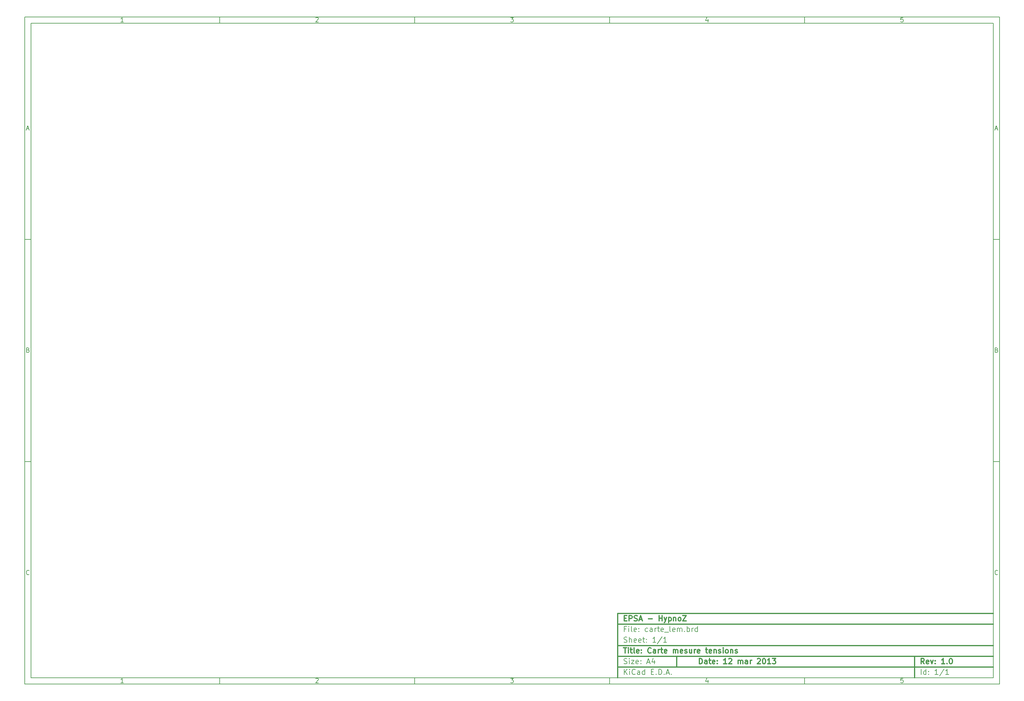
<source format=gbo>
G04 (created by PCBNEW-RS274X (2012-01-19 BZR 3256)-stable) date 12/03/2013 15:31:54*
G01*
G70*
G90*
%MOIN*%
G04 Gerber Fmt 3.4, Leading zero omitted, Abs format*
%FSLAX34Y34*%
G04 APERTURE LIST*
%ADD10C,0.006000*%
%ADD11C,0.012000*%
%ADD12R,0.095000X0.095000*%
%ADD13C,0.095000*%
%ADD14C,0.090000*%
%ADD15R,0.170000X0.170000*%
%ADD16C,0.170000*%
%ADD17C,0.110000*%
G04 APERTURE END LIST*
G54D10*
X04000Y-04000D02*
X113000Y-04000D01*
X113000Y-78670D01*
X04000Y-78670D01*
X04000Y-04000D01*
X04700Y-04700D02*
X112300Y-04700D01*
X112300Y-77970D01*
X04700Y-77970D01*
X04700Y-04700D01*
X25800Y-04000D02*
X25800Y-04700D01*
X15043Y-04552D02*
X14757Y-04552D01*
X14900Y-04552D02*
X14900Y-04052D01*
X14852Y-04124D01*
X14805Y-04171D01*
X14757Y-04195D01*
X25800Y-78670D02*
X25800Y-77970D01*
X15043Y-78522D02*
X14757Y-78522D01*
X14900Y-78522D02*
X14900Y-78022D01*
X14852Y-78094D01*
X14805Y-78141D01*
X14757Y-78165D01*
X47600Y-04000D02*
X47600Y-04700D01*
X36557Y-04100D02*
X36581Y-04076D01*
X36629Y-04052D01*
X36748Y-04052D01*
X36795Y-04076D01*
X36819Y-04100D01*
X36843Y-04148D01*
X36843Y-04195D01*
X36819Y-04267D01*
X36533Y-04552D01*
X36843Y-04552D01*
X47600Y-78670D02*
X47600Y-77970D01*
X36557Y-78070D02*
X36581Y-78046D01*
X36629Y-78022D01*
X36748Y-78022D01*
X36795Y-78046D01*
X36819Y-78070D01*
X36843Y-78118D01*
X36843Y-78165D01*
X36819Y-78237D01*
X36533Y-78522D01*
X36843Y-78522D01*
X69400Y-04000D02*
X69400Y-04700D01*
X58333Y-04052D02*
X58643Y-04052D01*
X58476Y-04243D01*
X58548Y-04243D01*
X58595Y-04267D01*
X58619Y-04290D01*
X58643Y-04338D01*
X58643Y-04457D01*
X58619Y-04505D01*
X58595Y-04529D01*
X58548Y-04552D01*
X58405Y-04552D01*
X58357Y-04529D01*
X58333Y-04505D01*
X69400Y-78670D02*
X69400Y-77970D01*
X58333Y-78022D02*
X58643Y-78022D01*
X58476Y-78213D01*
X58548Y-78213D01*
X58595Y-78237D01*
X58619Y-78260D01*
X58643Y-78308D01*
X58643Y-78427D01*
X58619Y-78475D01*
X58595Y-78499D01*
X58548Y-78522D01*
X58405Y-78522D01*
X58357Y-78499D01*
X58333Y-78475D01*
X91200Y-04000D02*
X91200Y-04700D01*
X80395Y-04219D02*
X80395Y-04552D01*
X80276Y-04029D02*
X80157Y-04386D01*
X80467Y-04386D01*
X91200Y-78670D02*
X91200Y-77970D01*
X80395Y-78189D02*
X80395Y-78522D01*
X80276Y-77999D02*
X80157Y-78356D01*
X80467Y-78356D01*
X102219Y-04052D02*
X101981Y-04052D01*
X101957Y-04290D01*
X101981Y-04267D01*
X102029Y-04243D01*
X102148Y-04243D01*
X102195Y-04267D01*
X102219Y-04290D01*
X102243Y-04338D01*
X102243Y-04457D01*
X102219Y-04505D01*
X102195Y-04529D01*
X102148Y-04552D01*
X102029Y-04552D01*
X101981Y-04529D01*
X101957Y-04505D01*
X102219Y-78022D02*
X101981Y-78022D01*
X101957Y-78260D01*
X101981Y-78237D01*
X102029Y-78213D01*
X102148Y-78213D01*
X102195Y-78237D01*
X102219Y-78260D01*
X102243Y-78308D01*
X102243Y-78427D01*
X102219Y-78475D01*
X102195Y-78499D01*
X102148Y-78522D01*
X102029Y-78522D01*
X101981Y-78499D01*
X101957Y-78475D01*
X04000Y-28890D02*
X04700Y-28890D01*
X04231Y-16510D02*
X04469Y-16510D01*
X04184Y-16652D02*
X04350Y-16152D01*
X04517Y-16652D01*
X113000Y-28890D02*
X112300Y-28890D01*
X112531Y-16510D02*
X112769Y-16510D01*
X112484Y-16652D02*
X112650Y-16152D01*
X112817Y-16652D01*
X04000Y-53780D02*
X04700Y-53780D01*
X04386Y-41280D02*
X04457Y-41304D01*
X04481Y-41328D01*
X04505Y-41376D01*
X04505Y-41447D01*
X04481Y-41495D01*
X04457Y-41519D01*
X04410Y-41542D01*
X04219Y-41542D01*
X04219Y-41042D01*
X04386Y-41042D01*
X04433Y-41066D01*
X04457Y-41090D01*
X04481Y-41138D01*
X04481Y-41185D01*
X04457Y-41233D01*
X04433Y-41257D01*
X04386Y-41280D01*
X04219Y-41280D01*
X113000Y-53780D02*
X112300Y-53780D01*
X112686Y-41280D02*
X112757Y-41304D01*
X112781Y-41328D01*
X112805Y-41376D01*
X112805Y-41447D01*
X112781Y-41495D01*
X112757Y-41519D01*
X112710Y-41542D01*
X112519Y-41542D01*
X112519Y-41042D01*
X112686Y-41042D01*
X112733Y-41066D01*
X112757Y-41090D01*
X112781Y-41138D01*
X112781Y-41185D01*
X112757Y-41233D01*
X112733Y-41257D01*
X112686Y-41280D01*
X112519Y-41280D01*
X04505Y-66385D02*
X04481Y-66409D01*
X04410Y-66432D01*
X04362Y-66432D01*
X04290Y-66409D01*
X04243Y-66361D01*
X04219Y-66313D01*
X04195Y-66218D01*
X04195Y-66147D01*
X04219Y-66051D01*
X04243Y-66004D01*
X04290Y-65956D01*
X04362Y-65932D01*
X04410Y-65932D01*
X04481Y-65956D01*
X04505Y-65980D01*
X112805Y-66385D02*
X112781Y-66409D01*
X112710Y-66432D01*
X112662Y-66432D01*
X112590Y-66409D01*
X112543Y-66361D01*
X112519Y-66313D01*
X112495Y-66218D01*
X112495Y-66147D01*
X112519Y-66051D01*
X112543Y-66004D01*
X112590Y-65956D01*
X112662Y-65932D01*
X112710Y-65932D01*
X112781Y-65956D01*
X112805Y-65980D01*
G54D11*
X79443Y-76413D02*
X79443Y-75813D01*
X79586Y-75813D01*
X79671Y-75841D01*
X79729Y-75899D01*
X79757Y-75956D01*
X79786Y-76070D01*
X79786Y-76156D01*
X79757Y-76270D01*
X79729Y-76327D01*
X79671Y-76384D01*
X79586Y-76413D01*
X79443Y-76413D01*
X80300Y-76413D02*
X80300Y-76099D01*
X80271Y-76041D01*
X80214Y-76013D01*
X80100Y-76013D01*
X80043Y-76041D01*
X80300Y-76384D02*
X80243Y-76413D01*
X80100Y-76413D01*
X80043Y-76384D01*
X80014Y-76327D01*
X80014Y-76270D01*
X80043Y-76213D01*
X80100Y-76184D01*
X80243Y-76184D01*
X80300Y-76156D01*
X80500Y-76013D02*
X80729Y-76013D01*
X80586Y-75813D02*
X80586Y-76327D01*
X80614Y-76384D01*
X80672Y-76413D01*
X80729Y-76413D01*
X81157Y-76384D02*
X81100Y-76413D01*
X80986Y-76413D01*
X80929Y-76384D01*
X80900Y-76327D01*
X80900Y-76099D01*
X80929Y-76041D01*
X80986Y-76013D01*
X81100Y-76013D01*
X81157Y-76041D01*
X81186Y-76099D01*
X81186Y-76156D01*
X80900Y-76213D01*
X81443Y-76356D02*
X81471Y-76384D01*
X81443Y-76413D01*
X81414Y-76384D01*
X81443Y-76356D01*
X81443Y-76413D01*
X81443Y-76041D02*
X81471Y-76070D01*
X81443Y-76099D01*
X81414Y-76070D01*
X81443Y-76041D01*
X81443Y-76099D01*
X82500Y-76413D02*
X82157Y-76413D01*
X82329Y-76413D02*
X82329Y-75813D01*
X82272Y-75899D01*
X82214Y-75956D01*
X82157Y-75984D01*
X82728Y-75870D02*
X82757Y-75841D01*
X82814Y-75813D01*
X82957Y-75813D01*
X83014Y-75841D01*
X83043Y-75870D01*
X83071Y-75927D01*
X83071Y-75984D01*
X83043Y-76070D01*
X82700Y-76413D01*
X83071Y-76413D01*
X83785Y-76413D02*
X83785Y-76013D01*
X83785Y-76070D02*
X83813Y-76041D01*
X83871Y-76013D01*
X83956Y-76013D01*
X84013Y-76041D01*
X84042Y-76099D01*
X84042Y-76413D01*
X84042Y-76099D02*
X84071Y-76041D01*
X84128Y-76013D01*
X84213Y-76013D01*
X84271Y-76041D01*
X84299Y-76099D01*
X84299Y-76413D01*
X84842Y-76413D02*
X84842Y-76099D01*
X84813Y-76041D01*
X84756Y-76013D01*
X84642Y-76013D01*
X84585Y-76041D01*
X84842Y-76384D02*
X84785Y-76413D01*
X84642Y-76413D01*
X84585Y-76384D01*
X84556Y-76327D01*
X84556Y-76270D01*
X84585Y-76213D01*
X84642Y-76184D01*
X84785Y-76184D01*
X84842Y-76156D01*
X85128Y-76413D02*
X85128Y-76013D01*
X85128Y-76127D02*
X85156Y-76070D01*
X85185Y-76041D01*
X85242Y-76013D01*
X85299Y-76013D01*
X85927Y-75870D02*
X85956Y-75841D01*
X86013Y-75813D01*
X86156Y-75813D01*
X86213Y-75841D01*
X86242Y-75870D01*
X86270Y-75927D01*
X86270Y-75984D01*
X86242Y-76070D01*
X85899Y-76413D01*
X86270Y-76413D01*
X86641Y-75813D02*
X86698Y-75813D01*
X86755Y-75841D01*
X86784Y-75870D01*
X86813Y-75927D01*
X86841Y-76041D01*
X86841Y-76184D01*
X86813Y-76299D01*
X86784Y-76356D01*
X86755Y-76384D01*
X86698Y-76413D01*
X86641Y-76413D01*
X86584Y-76384D01*
X86555Y-76356D01*
X86527Y-76299D01*
X86498Y-76184D01*
X86498Y-76041D01*
X86527Y-75927D01*
X86555Y-75870D01*
X86584Y-75841D01*
X86641Y-75813D01*
X87412Y-76413D02*
X87069Y-76413D01*
X87241Y-76413D02*
X87241Y-75813D01*
X87184Y-75899D01*
X87126Y-75956D01*
X87069Y-75984D01*
X87612Y-75813D02*
X87983Y-75813D01*
X87783Y-76041D01*
X87869Y-76041D01*
X87926Y-76070D01*
X87955Y-76099D01*
X87983Y-76156D01*
X87983Y-76299D01*
X87955Y-76356D01*
X87926Y-76384D01*
X87869Y-76413D01*
X87697Y-76413D01*
X87640Y-76384D01*
X87612Y-76356D01*
G54D10*
X71043Y-77613D02*
X71043Y-77013D01*
X71386Y-77613D02*
X71129Y-77270D01*
X71386Y-77013D02*
X71043Y-77356D01*
X71643Y-77613D02*
X71643Y-77213D01*
X71643Y-77013D02*
X71614Y-77041D01*
X71643Y-77070D01*
X71671Y-77041D01*
X71643Y-77013D01*
X71643Y-77070D01*
X72272Y-77556D02*
X72243Y-77584D01*
X72157Y-77613D01*
X72100Y-77613D01*
X72015Y-77584D01*
X71957Y-77527D01*
X71929Y-77470D01*
X71900Y-77356D01*
X71900Y-77270D01*
X71929Y-77156D01*
X71957Y-77099D01*
X72015Y-77041D01*
X72100Y-77013D01*
X72157Y-77013D01*
X72243Y-77041D01*
X72272Y-77070D01*
X72786Y-77613D02*
X72786Y-77299D01*
X72757Y-77241D01*
X72700Y-77213D01*
X72586Y-77213D01*
X72529Y-77241D01*
X72786Y-77584D02*
X72729Y-77613D01*
X72586Y-77613D01*
X72529Y-77584D01*
X72500Y-77527D01*
X72500Y-77470D01*
X72529Y-77413D01*
X72586Y-77384D01*
X72729Y-77384D01*
X72786Y-77356D01*
X73329Y-77613D02*
X73329Y-77013D01*
X73329Y-77584D02*
X73272Y-77613D01*
X73158Y-77613D01*
X73100Y-77584D01*
X73072Y-77556D01*
X73043Y-77499D01*
X73043Y-77327D01*
X73072Y-77270D01*
X73100Y-77241D01*
X73158Y-77213D01*
X73272Y-77213D01*
X73329Y-77241D01*
X74072Y-77299D02*
X74272Y-77299D01*
X74358Y-77613D02*
X74072Y-77613D01*
X74072Y-77013D01*
X74358Y-77013D01*
X74615Y-77556D02*
X74643Y-77584D01*
X74615Y-77613D01*
X74586Y-77584D01*
X74615Y-77556D01*
X74615Y-77613D01*
X74901Y-77613D02*
X74901Y-77013D01*
X75044Y-77013D01*
X75129Y-77041D01*
X75187Y-77099D01*
X75215Y-77156D01*
X75244Y-77270D01*
X75244Y-77356D01*
X75215Y-77470D01*
X75187Y-77527D01*
X75129Y-77584D01*
X75044Y-77613D01*
X74901Y-77613D01*
X75501Y-77556D02*
X75529Y-77584D01*
X75501Y-77613D01*
X75472Y-77584D01*
X75501Y-77556D01*
X75501Y-77613D01*
X75758Y-77441D02*
X76044Y-77441D01*
X75701Y-77613D02*
X75901Y-77013D01*
X76101Y-77613D01*
X76301Y-77556D02*
X76329Y-77584D01*
X76301Y-77613D01*
X76272Y-77584D01*
X76301Y-77556D01*
X76301Y-77613D01*
G54D11*
X104586Y-76413D02*
X104386Y-76127D01*
X104243Y-76413D02*
X104243Y-75813D01*
X104471Y-75813D01*
X104529Y-75841D01*
X104557Y-75870D01*
X104586Y-75927D01*
X104586Y-76013D01*
X104557Y-76070D01*
X104529Y-76099D01*
X104471Y-76127D01*
X104243Y-76127D01*
X105071Y-76384D02*
X105014Y-76413D01*
X104900Y-76413D01*
X104843Y-76384D01*
X104814Y-76327D01*
X104814Y-76099D01*
X104843Y-76041D01*
X104900Y-76013D01*
X105014Y-76013D01*
X105071Y-76041D01*
X105100Y-76099D01*
X105100Y-76156D01*
X104814Y-76213D01*
X105300Y-76013D02*
X105443Y-76413D01*
X105585Y-76013D01*
X105814Y-76356D02*
X105842Y-76384D01*
X105814Y-76413D01*
X105785Y-76384D01*
X105814Y-76356D01*
X105814Y-76413D01*
X105814Y-76041D02*
X105842Y-76070D01*
X105814Y-76099D01*
X105785Y-76070D01*
X105814Y-76041D01*
X105814Y-76099D01*
X106871Y-76413D02*
X106528Y-76413D01*
X106700Y-76413D02*
X106700Y-75813D01*
X106643Y-75899D01*
X106585Y-75956D01*
X106528Y-75984D01*
X107128Y-76356D02*
X107156Y-76384D01*
X107128Y-76413D01*
X107099Y-76384D01*
X107128Y-76356D01*
X107128Y-76413D01*
X107528Y-75813D02*
X107585Y-75813D01*
X107642Y-75841D01*
X107671Y-75870D01*
X107700Y-75927D01*
X107728Y-76041D01*
X107728Y-76184D01*
X107700Y-76299D01*
X107671Y-76356D01*
X107642Y-76384D01*
X107585Y-76413D01*
X107528Y-76413D01*
X107471Y-76384D01*
X107442Y-76356D01*
X107414Y-76299D01*
X107385Y-76184D01*
X107385Y-76041D01*
X107414Y-75927D01*
X107442Y-75870D01*
X107471Y-75841D01*
X107528Y-75813D01*
G54D10*
X71014Y-76384D02*
X71100Y-76413D01*
X71243Y-76413D01*
X71300Y-76384D01*
X71329Y-76356D01*
X71357Y-76299D01*
X71357Y-76241D01*
X71329Y-76184D01*
X71300Y-76156D01*
X71243Y-76127D01*
X71129Y-76099D01*
X71071Y-76070D01*
X71043Y-76041D01*
X71014Y-75984D01*
X71014Y-75927D01*
X71043Y-75870D01*
X71071Y-75841D01*
X71129Y-75813D01*
X71271Y-75813D01*
X71357Y-75841D01*
X71614Y-76413D02*
X71614Y-76013D01*
X71614Y-75813D02*
X71585Y-75841D01*
X71614Y-75870D01*
X71642Y-75841D01*
X71614Y-75813D01*
X71614Y-75870D01*
X71843Y-76013D02*
X72157Y-76013D01*
X71843Y-76413D01*
X72157Y-76413D01*
X72614Y-76384D02*
X72557Y-76413D01*
X72443Y-76413D01*
X72386Y-76384D01*
X72357Y-76327D01*
X72357Y-76099D01*
X72386Y-76041D01*
X72443Y-76013D01*
X72557Y-76013D01*
X72614Y-76041D01*
X72643Y-76099D01*
X72643Y-76156D01*
X72357Y-76213D01*
X72900Y-76356D02*
X72928Y-76384D01*
X72900Y-76413D01*
X72871Y-76384D01*
X72900Y-76356D01*
X72900Y-76413D01*
X72900Y-76041D02*
X72928Y-76070D01*
X72900Y-76099D01*
X72871Y-76070D01*
X72900Y-76041D01*
X72900Y-76099D01*
X73614Y-76241D02*
X73900Y-76241D01*
X73557Y-76413D02*
X73757Y-75813D01*
X73957Y-76413D01*
X74414Y-76013D02*
X74414Y-76413D01*
X74271Y-75784D02*
X74128Y-76213D01*
X74500Y-76213D01*
X104243Y-77613D02*
X104243Y-77013D01*
X104786Y-77613D02*
X104786Y-77013D01*
X104786Y-77584D02*
X104729Y-77613D01*
X104615Y-77613D01*
X104557Y-77584D01*
X104529Y-77556D01*
X104500Y-77499D01*
X104500Y-77327D01*
X104529Y-77270D01*
X104557Y-77241D01*
X104615Y-77213D01*
X104729Y-77213D01*
X104786Y-77241D01*
X105072Y-77556D02*
X105100Y-77584D01*
X105072Y-77613D01*
X105043Y-77584D01*
X105072Y-77556D01*
X105072Y-77613D01*
X105072Y-77241D02*
X105100Y-77270D01*
X105072Y-77299D01*
X105043Y-77270D01*
X105072Y-77241D01*
X105072Y-77299D01*
X106129Y-77613D02*
X105786Y-77613D01*
X105958Y-77613D02*
X105958Y-77013D01*
X105901Y-77099D01*
X105843Y-77156D01*
X105786Y-77184D01*
X106814Y-76984D02*
X106300Y-77756D01*
X107329Y-77613D02*
X106986Y-77613D01*
X107158Y-77613D02*
X107158Y-77013D01*
X107101Y-77099D01*
X107043Y-77156D01*
X106986Y-77184D01*
G54D11*
X70957Y-74613D02*
X71300Y-74613D01*
X71129Y-75213D02*
X71129Y-74613D01*
X71500Y-75213D02*
X71500Y-74813D01*
X71500Y-74613D02*
X71471Y-74641D01*
X71500Y-74670D01*
X71528Y-74641D01*
X71500Y-74613D01*
X71500Y-74670D01*
X71700Y-74813D02*
X71929Y-74813D01*
X71786Y-74613D02*
X71786Y-75127D01*
X71814Y-75184D01*
X71872Y-75213D01*
X71929Y-75213D01*
X72215Y-75213D02*
X72157Y-75184D01*
X72129Y-75127D01*
X72129Y-74613D01*
X72671Y-75184D02*
X72614Y-75213D01*
X72500Y-75213D01*
X72443Y-75184D01*
X72414Y-75127D01*
X72414Y-74899D01*
X72443Y-74841D01*
X72500Y-74813D01*
X72614Y-74813D01*
X72671Y-74841D01*
X72700Y-74899D01*
X72700Y-74956D01*
X72414Y-75013D01*
X72957Y-75156D02*
X72985Y-75184D01*
X72957Y-75213D01*
X72928Y-75184D01*
X72957Y-75156D01*
X72957Y-75213D01*
X72957Y-74841D02*
X72985Y-74870D01*
X72957Y-74899D01*
X72928Y-74870D01*
X72957Y-74841D01*
X72957Y-74899D01*
X74043Y-75156D02*
X74014Y-75184D01*
X73928Y-75213D01*
X73871Y-75213D01*
X73786Y-75184D01*
X73728Y-75127D01*
X73700Y-75070D01*
X73671Y-74956D01*
X73671Y-74870D01*
X73700Y-74756D01*
X73728Y-74699D01*
X73786Y-74641D01*
X73871Y-74613D01*
X73928Y-74613D01*
X74014Y-74641D01*
X74043Y-74670D01*
X74557Y-75213D02*
X74557Y-74899D01*
X74528Y-74841D01*
X74471Y-74813D01*
X74357Y-74813D01*
X74300Y-74841D01*
X74557Y-75184D02*
X74500Y-75213D01*
X74357Y-75213D01*
X74300Y-75184D01*
X74271Y-75127D01*
X74271Y-75070D01*
X74300Y-75013D01*
X74357Y-74984D01*
X74500Y-74984D01*
X74557Y-74956D01*
X74843Y-75213D02*
X74843Y-74813D01*
X74843Y-74927D02*
X74871Y-74870D01*
X74900Y-74841D01*
X74957Y-74813D01*
X75014Y-74813D01*
X75128Y-74813D02*
X75357Y-74813D01*
X75214Y-74613D02*
X75214Y-75127D01*
X75242Y-75184D01*
X75300Y-75213D01*
X75357Y-75213D01*
X75785Y-75184D02*
X75728Y-75213D01*
X75614Y-75213D01*
X75557Y-75184D01*
X75528Y-75127D01*
X75528Y-74899D01*
X75557Y-74841D01*
X75614Y-74813D01*
X75728Y-74813D01*
X75785Y-74841D01*
X75814Y-74899D01*
X75814Y-74956D01*
X75528Y-75013D01*
X76528Y-75213D02*
X76528Y-74813D01*
X76528Y-74870D02*
X76556Y-74841D01*
X76614Y-74813D01*
X76699Y-74813D01*
X76756Y-74841D01*
X76785Y-74899D01*
X76785Y-75213D01*
X76785Y-74899D02*
X76814Y-74841D01*
X76871Y-74813D01*
X76956Y-74813D01*
X77014Y-74841D01*
X77042Y-74899D01*
X77042Y-75213D01*
X77556Y-75184D02*
X77499Y-75213D01*
X77385Y-75213D01*
X77328Y-75184D01*
X77299Y-75127D01*
X77299Y-74899D01*
X77328Y-74841D01*
X77385Y-74813D01*
X77499Y-74813D01*
X77556Y-74841D01*
X77585Y-74899D01*
X77585Y-74956D01*
X77299Y-75013D01*
X77813Y-75184D02*
X77870Y-75213D01*
X77985Y-75213D01*
X78042Y-75184D01*
X78070Y-75127D01*
X78070Y-75099D01*
X78042Y-75041D01*
X77985Y-75013D01*
X77899Y-75013D01*
X77842Y-74984D01*
X77813Y-74927D01*
X77813Y-74899D01*
X77842Y-74841D01*
X77899Y-74813D01*
X77985Y-74813D01*
X78042Y-74841D01*
X78585Y-74813D02*
X78585Y-75213D01*
X78328Y-74813D02*
X78328Y-75127D01*
X78356Y-75184D01*
X78414Y-75213D01*
X78499Y-75213D01*
X78556Y-75184D01*
X78585Y-75156D01*
X78871Y-75213D02*
X78871Y-74813D01*
X78871Y-74927D02*
X78899Y-74870D01*
X78928Y-74841D01*
X78985Y-74813D01*
X79042Y-74813D01*
X79470Y-75184D02*
X79413Y-75213D01*
X79299Y-75213D01*
X79242Y-75184D01*
X79213Y-75127D01*
X79213Y-74899D01*
X79242Y-74841D01*
X79299Y-74813D01*
X79413Y-74813D01*
X79470Y-74841D01*
X79499Y-74899D01*
X79499Y-74956D01*
X79213Y-75013D01*
X80127Y-74813D02*
X80356Y-74813D01*
X80213Y-74613D02*
X80213Y-75127D01*
X80241Y-75184D01*
X80299Y-75213D01*
X80356Y-75213D01*
X80784Y-75184D02*
X80727Y-75213D01*
X80613Y-75213D01*
X80556Y-75184D01*
X80527Y-75127D01*
X80527Y-74899D01*
X80556Y-74841D01*
X80613Y-74813D01*
X80727Y-74813D01*
X80784Y-74841D01*
X80813Y-74899D01*
X80813Y-74956D01*
X80527Y-75013D01*
X81070Y-74813D02*
X81070Y-75213D01*
X81070Y-74870D02*
X81098Y-74841D01*
X81156Y-74813D01*
X81241Y-74813D01*
X81298Y-74841D01*
X81327Y-74899D01*
X81327Y-75213D01*
X81584Y-75184D02*
X81641Y-75213D01*
X81756Y-75213D01*
X81813Y-75184D01*
X81841Y-75127D01*
X81841Y-75099D01*
X81813Y-75041D01*
X81756Y-75013D01*
X81670Y-75013D01*
X81613Y-74984D01*
X81584Y-74927D01*
X81584Y-74899D01*
X81613Y-74841D01*
X81670Y-74813D01*
X81756Y-74813D01*
X81813Y-74841D01*
X82099Y-75213D02*
X82099Y-74813D01*
X82099Y-74613D02*
X82070Y-74641D01*
X82099Y-74670D01*
X82127Y-74641D01*
X82099Y-74613D01*
X82099Y-74670D01*
X82471Y-75213D02*
X82413Y-75184D01*
X82385Y-75156D01*
X82356Y-75099D01*
X82356Y-74927D01*
X82385Y-74870D01*
X82413Y-74841D01*
X82471Y-74813D01*
X82556Y-74813D01*
X82613Y-74841D01*
X82642Y-74870D01*
X82671Y-74927D01*
X82671Y-75099D01*
X82642Y-75156D01*
X82613Y-75184D01*
X82556Y-75213D01*
X82471Y-75213D01*
X82928Y-74813D02*
X82928Y-75213D01*
X82928Y-74870D02*
X82956Y-74841D01*
X83014Y-74813D01*
X83099Y-74813D01*
X83156Y-74841D01*
X83185Y-74899D01*
X83185Y-75213D01*
X83442Y-75184D02*
X83499Y-75213D01*
X83614Y-75213D01*
X83671Y-75184D01*
X83699Y-75127D01*
X83699Y-75099D01*
X83671Y-75041D01*
X83614Y-75013D01*
X83528Y-75013D01*
X83471Y-74984D01*
X83442Y-74927D01*
X83442Y-74899D01*
X83471Y-74841D01*
X83528Y-74813D01*
X83614Y-74813D01*
X83671Y-74841D01*
G54D10*
X71243Y-72499D02*
X71043Y-72499D01*
X71043Y-72813D02*
X71043Y-72213D01*
X71329Y-72213D01*
X71557Y-72813D02*
X71557Y-72413D01*
X71557Y-72213D02*
X71528Y-72241D01*
X71557Y-72270D01*
X71585Y-72241D01*
X71557Y-72213D01*
X71557Y-72270D01*
X71929Y-72813D02*
X71871Y-72784D01*
X71843Y-72727D01*
X71843Y-72213D01*
X72385Y-72784D02*
X72328Y-72813D01*
X72214Y-72813D01*
X72157Y-72784D01*
X72128Y-72727D01*
X72128Y-72499D01*
X72157Y-72441D01*
X72214Y-72413D01*
X72328Y-72413D01*
X72385Y-72441D01*
X72414Y-72499D01*
X72414Y-72556D01*
X72128Y-72613D01*
X72671Y-72756D02*
X72699Y-72784D01*
X72671Y-72813D01*
X72642Y-72784D01*
X72671Y-72756D01*
X72671Y-72813D01*
X72671Y-72441D02*
X72699Y-72470D01*
X72671Y-72499D01*
X72642Y-72470D01*
X72671Y-72441D01*
X72671Y-72499D01*
X73671Y-72784D02*
X73614Y-72813D01*
X73500Y-72813D01*
X73442Y-72784D01*
X73414Y-72756D01*
X73385Y-72699D01*
X73385Y-72527D01*
X73414Y-72470D01*
X73442Y-72441D01*
X73500Y-72413D01*
X73614Y-72413D01*
X73671Y-72441D01*
X74185Y-72813D02*
X74185Y-72499D01*
X74156Y-72441D01*
X74099Y-72413D01*
X73985Y-72413D01*
X73928Y-72441D01*
X74185Y-72784D02*
X74128Y-72813D01*
X73985Y-72813D01*
X73928Y-72784D01*
X73899Y-72727D01*
X73899Y-72670D01*
X73928Y-72613D01*
X73985Y-72584D01*
X74128Y-72584D01*
X74185Y-72556D01*
X74471Y-72813D02*
X74471Y-72413D01*
X74471Y-72527D02*
X74499Y-72470D01*
X74528Y-72441D01*
X74585Y-72413D01*
X74642Y-72413D01*
X74756Y-72413D02*
X74985Y-72413D01*
X74842Y-72213D02*
X74842Y-72727D01*
X74870Y-72784D01*
X74928Y-72813D01*
X74985Y-72813D01*
X75413Y-72784D02*
X75356Y-72813D01*
X75242Y-72813D01*
X75185Y-72784D01*
X75156Y-72727D01*
X75156Y-72499D01*
X75185Y-72441D01*
X75242Y-72413D01*
X75356Y-72413D01*
X75413Y-72441D01*
X75442Y-72499D01*
X75442Y-72556D01*
X75156Y-72613D01*
X75556Y-72870D02*
X76013Y-72870D01*
X76242Y-72813D02*
X76184Y-72784D01*
X76156Y-72727D01*
X76156Y-72213D01*
X76698Y-72784D02*
X76641Y-72813D01*
X76527Y-72813D01*
X76470Y-72784D01*
X76441Y-72727D01*
X76441Y-72499D01*
X76470Y-72441D01*
X76527Y-72413D01*
X76641Y-72413D01*
X76698Y-72441D01*
X76727Y-72499D01*
X76727Y-72556D01*
X76441Y-72613D01*
X76984Y-72813D02*
X76984Y-72413D01*
X76984Y-72470D02*
X77012Y-72441D01*
X77070Y-72413D01*
X77155Y-72413D01*
X77212Y-72441D01*
X77241Y-72499D01*
X77241Y-72813D01*
X77241Y-72499D02*
X77270Y-72441D01*
X77327Y-72413D01*
X77412Y-72413D01*
X77470Y-72441D01*
X77498Y-72499D01*
X77498Y-72813D01*
X77784Y-72756D02*
X77812Y-72784D01*
X77784Y-72813D01*
X77755Y-72784D01*
X77784Y-72756D01*
X77784Y-72813D01*
X78070Y-72813D02*
X78070Y-72213D01*
X78070Y-72441D02*
X78127Y-72413D01*
X78241Y-72413D01*
X78298Y-72441D01*
X78327Y-72470D01*
X78356Y-72527D01*
X78356Y-72699D01*
X78327Y-72756D01*
X78298Y-72784D01*
X78241Y-72813D01*
X78127Y-72813D01*
X78070Y-72784D01*
X78613Y-72813D02*
X78613Y-72413D01*
X78613Y-72527D02*
X78641Y-72470D01*
X78670Y-72441D01*
X78727Y-72413D01*
X78784Y-72413D01*
X79241Y-72813D02*
X79241Y-72213D01*
X79241Y-72784D02*
X79184Y-72813D01*
X79070Y-72813D01*
X79012Y-72784D01*
X78984Y-72756D01*
X78955Y-72699D01*
X78955Y-72527D01*
X78984Y-72470D01*
X79012Y-72441D01*
X79070Y-72413D01*
X79184Y-72413D01*
X79241Y-72441D01*
X71014Y-73984D02*
X71100Y-74013D01*
X71243Y-74013D01*
X71300Y-73984D01*
X71329Y-73956D01*
X71357Y-73899D01*
X71357Y-73841D01*
X71329Y-73784D01*
X71300Y-73756D01*
X71243Y-73727D01*
X71129Y-73699D01*
X71071Y-73670D01*
X71043Y-73641D01*
X71014Y-73584D01*
X71014Y-73527D01*
X71043Y-73470D01*
X71071Y-73441D01*
X71129Y-73413D01*
X71271Y-73413D01*
X71357Y-73441D01*
X71614Y-74013D02*
X71614Y-73413D01*
X71871Y-74013D02*
X71871Y-73699D01*
X71842Y-73641D01*
X71785Y-73613D01*
X71700Y-73613D01*
X71642Y-73641D01*
X71614Y-73670D01*
X72385Y-73984D02*
X72328Y-74013D01*
X72214Y-74013D01*
X72157Y-73984D01*
X72128Y-73927D01*
X72128Y-73699D01*
X72157Y-73641D01*
X72214Y-73613D01*
X72328Y-73613D01*
X72385Y-73641D01*
X72414Y-73699D01*
X72414Y-73756D01*
X72128Y-73813D01*
X72899Y-73984D02*
X72842Y-74013D01*
X72728Y-74013D01*
X72671Y-73984D01*
X72642Y-73927D01*
X72642Y-73699D01*
X72671Y-73641D01*
X72728Y-73613D01*
X72842Y-73613D01*
X72899Y-73641D01*
X72928Y-73699D01*
X72928Y-73756D01*
X72642Y-73813D01*
X73099Y-73613D02*
X73328Y-73613D01*
X73185Y-73413D02*
X73185Y-73927D01*
X73213Y-73984D01*
X73271Y-74013D01*
X73328Y-74013D01*
X73528Y-73956D02*
X73556Y-73984D01*
X73528Y-74013D01*
X73499Y-73984D01*
X73528Y-73956D01*
X73528Y-74013D01*
X73528Y-73641D02*
X73556Y-73670D01*
X73528Y-73699D01*
X73499Y-73670D01*
X73528Y-73641D01*
X73528Y-73699D01*
X74585Y-74013D02*
X74242Y-74013D01*
X74414Y-74013D02*
X74414Y-73413D01*
X74357Y-73499D01*
X74299Y-73556D01*
X74242Y-73584D01*
X75270Y-73384D02*
X74756Y-74156D01*
X75785Y-74013D02*
X75442Y-74013D01*
X75614Y-74013D02*
X75614Y-73413D01*
X75557Y-73499D01*
X75499Y-73556D01*
X75442Y-73584D01*
G54D11*
X71043Y-71299D02*
X71243Y-71299D01*
X71329Y-71613D02*
X71043Y-71613D01*
X71043Y-71013D01*
X71329Y-71013D01*
X71586Y-71613D02*
X71586Y-71013D01*
X71814Y-71013D01*
X71872Y-71041D01*
X71900Y-71070D01*
X71929Y-71127D01*
X71929Y-71213D01*
X71900Y-71270D01*
X71872Y-71299D01*
X71814Y-71327D01*
X71586Y-71327D01*
X72157Y-71584D02*
X72243Y-71613D01*
X72386Y-71613D01*
X72443Y-71584D01*
X72472Y-71556D01*
X72500Y-71499D01*
X72500Y-71441D01*
X72472Y-71384D01*
X72443Y-71356D01*
X72386Y-71327D01*
X72272Y-71299D01*
X72214Y-71270D01*
X72186Y-71241D01*
X72157Y-71184D01*
X72157Y-71127D01*
X72186Y-71070D01*
X72214Y-71041D01*
X72272Y-71013D01*
X72414Y-71013D01*
X72500Y-71041D01*
X72728Y-71441D02*
X73014Y-71441D01*
X72671Y-71613D02*
X72871Y-71013D01*
X73071Y-71613D01*
X73728Y-71384D02*
X74185Y-71384D01*
X74928Y-71613D02*
X74928Y-71013D01*
X74928Y-71299D02*
X75271Y-71299D01*
X75271Y-71613D02*
X75271Y-71013D01*
X75500Y-71213D02*
X75643Y-71613D01*
X75785Y-71213D02*
X75643Y-71613D01*
X75585Y-71756D01*
X75557Y-71784D01*
X75500Y-71813D01*
X76014Y-71213D02*
X76014Y-71813D01*
X76014Y-71241D02*
X76071Y-71213D01*
X76185Y-71213D01*
X76242Y-71241D01*
X76271Y-71270D01*
X76300Y-71327D01*
X76300Y-71499D01*
X76271Y-71556D01*
X76242Y-71584D01*
X76185Y-71613D01*
X76071Y-71613D01*
X76014Y-71584D01*
X76557Y-71213D02*
X76557Y-71613D01*
X76557Y-71270D02*
X76585Y-71241D01*
X76643Y-71213D01*
X76728Y-71213D01*
X76785Y-71241D01*
X76814Y-71299D01*
X76814Y-71613D01*
X77186Y-71613D02*
X77128Y-71584D01*
X77100Y-71556D01*
X77071Y-71499D01*
X77071Y-71327D01*
X77100Y-71270D01*
X77128Y-71241D01*
X77186Y-71213D01*
X77271Y-71213D01*
X77328Y-71241D01*
X77357Y-71270D01*
X77386Y-71327D01*
X77386Y-71499D01*
X77357Y-71556D01*
X77328Y-71584D01*
X77271Y-71613D01*
X77186Y-71613D01*
X77586Y-71013D02*
X77986Y-71013D01*
X77586Y-71613D01*
X77986Y-71613D01*
X70300Y-70770D02*
X70300Y-77970D01*
X70300Y-71970D02*
X112300Y-71970D01*
X70300Y-70770D02*
X112300Y-70770D01*
X70300Y-74370D02*
X112300Y-74370D01*
X103500Y-75570D02*
X103500Y-77970D01*
X70300Y-76770D02*
X112300Y-76770D01*
X70300Y-75570D02*
X112300Y-75570D01*
X76900Y-75570D02*
X76900Y-76770D01*
%LPC*%
G54D12*
X32750Y-40000D03*
G54D13*
X33750Y-40000D03*
X48500Y-26000D03*
X42500Y-26000D03*
X48500Y-34000D03*
X45500Y-34000D03*
G54D12*
X42500Y-34000D03*
G54D13*
X37500Y-26000D03*
X31500Y-26000D03*
X37500Y-34000D03*
X34500Y-34000D03*
G54D12*
X31500Y-34000D03*
G54D13*
X59500Y-26000D03*
X53500Y-26000D03*
X59500Y-34000D03*
X56500Y-34000D03*
G54D12*
X53500Y-34000D03*
G54D13*
X26500Y-26000D03*
X20500Y-26000D03*
X26500Y-34000D03*
X23500Y-34000D03*
G54D12*
X20500Y-34000D03*
G54D14*
X30500Y-39500D03*
X30500Y-40500D03*
G54D12*
X27000Y-39000D03*
G54D13*
X27000Y-41000D03*
X41500Y-40000D03*
X40500Y-40000D03*
G54D12*
X38500Y-40000D03*
G54D13*
X39500Y-40000D03*
G54D15*
X56500Y-20000D03*
G54D16*
X54500Y-20000D03*
G54D17*
X26500Y-23000D03*
X19500Y-23000D03*
X37750Y-23000D03*
X30750Y-23000D03*
X48750Y-23000D03*
X41750Y-23000D03*
X59500Y-23000D03*
X52500Y-23000D03*
G54D16*
X37750Y-20000D03*
X39750Y-20000D03*
G54D15*
X35750Y-20000D03*
G54D16*
X41750Y-20000D03*
M02*

</source>
